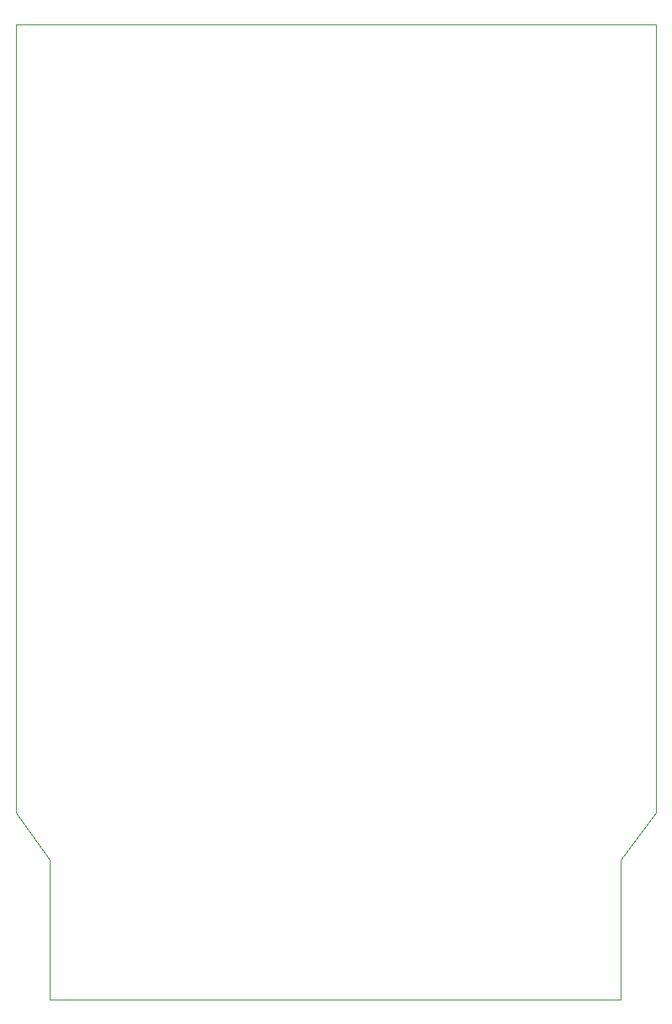
<source format=gbr>
G04 #@! TF.GenerationSoftware,KiCad,Pcbnew,5.1.5-52549c5~84~ubuntu19.10.1*
G04 #@! TF.CreationDate,2019-12-01T21:11:49+01:00*
G04 #@! TF.ProjectId,userport_expander,75736572-706f-4727-945f-657870616e64,rev?*
G04 #@! TF.SameCoordinates,Original*
G04 #@! TF.FileFunction,Profile,NP*
%FSLAX46Y46*%
G04 Gerber Fmt 4.6, Leading zero omitted, Abs format (unit mm)*
G04 Created by KiCad (PCBNEW 5.1.5-52549c5~84~ubuntu19.10.1) date 2019-12-01 21:11:49*
%MOMM*%
%LPD*%
G04 APERTURE LIST*
%ADD10C,0.050000*%
G04 APERTURE END LIST*
D10*
X93100000Y-151000000D02*
X150500000Y-151000000D01*
X150500000Y-137000000D02*
X150500000Y-151000000D01*
X154000000Y-132200000D02*
X150500000Y-137000000D01*
X154000000Y-53000000D02*
X154000000Y-132200000D01*
X89700000Y-53000000D02*
X154000000Y-53000000D01*
X89700000Y-132200000D02*
X89700000Y-53000000D01*
X93100000Y-137000000D02*
X89700000Y-132200000D01*
X93100000Y-151000000D02*
X93100000Y-137000000D01*
M02*

</source>
